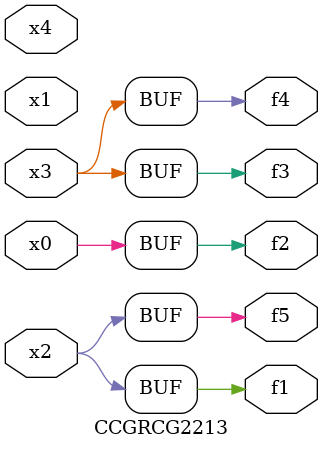
<source format=v>
module CCGRCG2213(
	input x0, x1, x2, x3, x4,
	output f1, f2, f3, f4, f5
);
	assign f1 = x2;
	assign f2 = x0;
	assign f3 = x3;
	assign f4 = x3;
	assign f5 = x2;
endmodule

</source>
